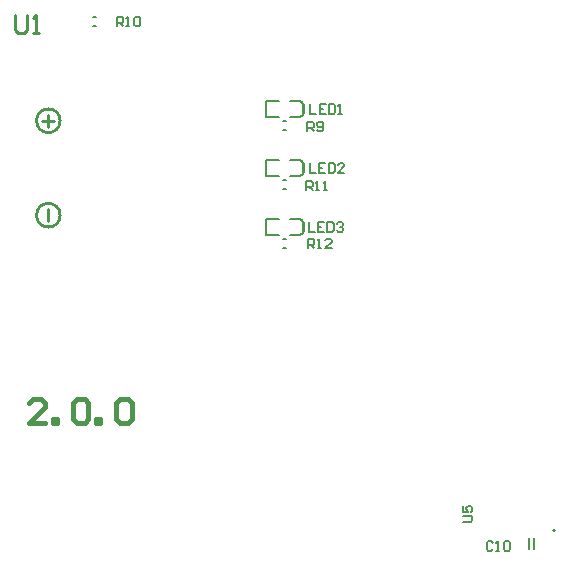
<source format=gbr>
%TF.GenerationSoftware,Altium Limited,Altium Designer,24.10.1 (45)*%
G04 Layer_Color=65535*
%FSLAX45Y45*%
%MOMM*%
%TF.SameCoordinates,5FB93C32-CF51-4A86-A7AC-1E4FFFE00694*%
%TF.FilePolarity,Positive*%
%TF.FileFunction,Legend,Top*%
%TF.Part,Single*%
G01*
G75*
%TA.AperFunction,NonConductor*%
%ADD26C,0.25400*%
%ADD27C,0.20000*%
%ADD28C,0.12700*%
%ADD29C,0.15000*%
%ADD30C,0.40000*%
D26*
X699999Y2900000D02*
G03*
X699999Y2900000I-100000J0D01*
G01*
Y3700000D02*
G03*
X699999Y3700000I-100000J0D01*
G01*
X599999Y2850000D02*
Y2950000D01*
X549999Y3700000D02*
X649999D01*
X599999Y3650000D02*
Y3750000D01*
X318433Y4596175D02*
Y4469217D01*
X343825Y4443825D01*
X394608D01*
X420000Y4469217D01*
Y4596175D01*
X470784Y4443825D02*
X521567D01*
X496176D01*
Y4596175D01*
X470784Y4570784D01*
D27*
X4890000Y229999D02*
G03*
X4890000Y229999I-10000J0D01*
G01*
D28*
X974760Y4580640D02*
X1005240D01*
X974760Y4499360D02*
X1005240D01*
X2584758Y3700639D02*
X2615238D01*
X2584758Y3619359D02*
X2615238D01*
X2734998Y3867499D02*
X2754998Y3847499D01*
Y3752499D02*
Y3847499D01*
X2749998Y3852499D02*
X2767498Y3834999D01*
X2752498Y3749999D02*
X2767498Y3764999D01*
X2734998Y3732499D02*
X2754998Y3752499D01*
X2644998Y3732499D02*
X2734998D01*
X2644998Y3867499D02*
X2734998D01*
X2444998Y3732499D02*
Y3867499D01*
Y3732499D02*
X2554998D01*
X2444998Y3867499D02*
X2554998D01*
X2767498Y3764999D02*
Y3834999D01*
X2584758Y2619361D02*
X2615238D01*
X2584758Y2700641D02*
X2615238D01*
X2584758Y3119362D02*
X2615238D01*
X2584758Y3200642D02*
X2615238D01*
X4707780Y72380D02*
Y167620D01*
X4672220Y72380D02*
Y167620D01*
X2767498Y3265002D02*
Y3335001D01*
X2444998Y3367502D02*
X2554998D01*
X2444998Y3232502D02*
X2554998D01*
X2444998D02*
Y3367502D01*
X2644998D02*
X2734998D01*
X2644998Y3232502D02*
X2734998D01*
X2754998Y3252501D01*
X2752498Y3250002D02*
X2767498Y3265002D01*
X2749998Y3352502D02*
X2767498Y3335001D01*
X2754998Y3252501D02*
Y3347502D01*
X2734998Y3367502D02*
X2754998Y3347502D01*
X2767498Y2765001D02*
Y2835001D01*
X2444998Y2867501D02*
X2554998D01*
X2444998Y2732501D02*
X2554998D01*
X2444998D02*
Y2867501D01*
X2644998D02*
X2734998D01*
X2644998Y2732501D02*
X2734998D01*
X2754998Y2752501D01*
X2752498Y2750001D02*
X2767498Y2765001D01*
X2749998Y2852501D02*
X2767498Y2835001D01*
X2754998Y2752501D02*
Y2847501D01*
X2734998Y2867501D02*
X2754998Y2847501D01*
D29*
X1180032Y4500013D02*
Y4579987D01*
X1220020D01*
X1233349Y4566658D01*
Y4540000D01*
X1220020Y4526671D01*
X1180032D01*
X1206690D02*
X1233349Y4500013D01*
X1260007D02*
X1286665D01*
X1273336D01*
Y4579987D01*
X1260007Y4566658D01*
X1326652D02*
X1339981Y4579987D01*
X1366639D01*
X1379968Y4566658D01*
Y4513342D01*
X1366639Y4500013D01*
X1339981D01*
X1326652Y4513342D01*
Y4566658D01*
X4110013Y303355D02*
X4176658D01*
X4189987Y316684D01*
Y343342D01*
X4176658Y356671D01*
X4110013D01*
Y436645D02*
Y383329D01*
X4150000D01*
X4136671Y409987D01*
Y423316D01*
X4150000Y436645D01*
X4176658D01*
X4189987Y423316D01*
Y396658D01*
X4176658Y383329D01*
X2793353Y3610012D02*
Y3689987D01*
X2833341D01*
X2846669Y3676658D01*
Y3650000D01*
X2833341Y3636670D01*
X2793353D01*
X2820011D02*
X2846669Y3610012D01*
X2873328Y3623341D02*
X2886657Y3610012D01*
X2913315D01*
X2926644Y3623341D01*
Y3676658D01*
X2913315Y3689987D01*
X2886657D01*
X2873328Y3676658D01*
Y3663328D01*
X2886657Y3650000D01*
X2926644D01*
X2816708Y3839986D02*
Y3760012D01*
X2870024D01*
X2949998Y3839986D02*
X2896682D01*
Y3760012D01*
X2949998D01*
X2896682Y3800000D02*
X2923340D01*
X2976656Y3839986D02*
Y3760012D01*
X3016643D01*
X3029972Y3773341D01*
Y3826658D01*
X3016643Y3839986D01*
X2976656D01*
X3056630Y3760012D02*
X3083288D01*
X3069960D01*
Y3839986D01*
X3056630Y3826658D01*
X2800030Y2620014D02*
Y2699988D01*
X2840018D01*
X2853347Y2686659D01*
Y2660001D01*
X2840018Y2646672D01*
X2800030D01*
X2826689D02*
X2853347Y2620014D01*
X2880005D02*
X2906663D01*
X2893334D01*
Y2699988D01*
X2880005Y2686659D01*
X2999966Y2620014D02*
X2946650D01*
X2999966Y2673330D01*
Y2686659D01*
X2986637Y2699988D01*
X2959979D01*
X2946650Y2686659D01*
X2783360Y3110015D02*
Y3189989D01*
X2823347D01*
X2836676Y3176660D01*
Y3150002D01*
X2823347Y3136673D01*
X2783360D01*
X2810018D02*
X2836676Y3110015D01*
X2863334D02*
X2889992D01*
X2876663D01*
Y3189989D01*
X2863334Y3176660D01*
X2929979Y3110015D02*
X2956637D01*
X2943308D01*
Y3189989D01*
X2929979Y3176660D01*
X2803379Y2839988D02*
Y2760014D01*
X2856695D01*
X2936669Y2839988D02*
X2883353D01*
Y2760014D01*
X2936669D01*
X2883353Y2800001D02*
X2910011D01*
X2963327Y2839988D02*
Y2760014D01*
X3003315D01*
X3016643Y2773343D01*
Y2826659D01*
X3003315Y2839988D01*
X2963327D01*
X3043302Y2826659D02*
X3056631Y2839988D01*
X3083289D01*
X3096618Y2826659D01*
Y2813330D01*
X3083289Y2800001D01*
X3069960D01*
X3083289D01*
X3096618Y2786672D01*
Y2773343D01*
X3083289Y2760014D01*
X3056631D01*
X3043302Y2773343D01*
X2813379Y3339989D02*
Y3260015D01*
X2866695D01*
X2946669Y3339989D02*
X2893353D01*
Y3260015D01*
X2946669D01*
X2893353Y3300002D02*
X2920011D01*
X2973327Y3339989D02*
Y3260015D01*
X3013315D01*
X3026643Y3273344D01*
Y3326660D01*
X3013315Y3339989D01*
X2973327D01*
X3106618Y3260015D02*
X3053301D01*
X3106618Y3313331D01*
Y3326660D01*
X3093289Y3339989D01*
X3066631D01*
X3053301Y3326660D01*
X4363348Y126658D02*
X4350019Y139987D01*
X4323361D01*
X4310032Y126658D01*
Y73342D01*
X4323361Y60013D01*
X4350019D01*
X4363348Y73342D01*
X4390006Y60013D02*
X4416665D01*
X4403336D01*
Y139987D01*
X4390006Y126658D01*
X4456652D02*
X4469981Y139987D01*
X4496639D01*
X4509968Y126658D01*
Y73342D01*
X4496639Y60013D01*
X4469981D01*
X4456652Y73342D01*
Y126658D01*
D30*
X573290Y1140000D02*
X440000D01*
X573290Y1273290D01*
Y1306613D01*
X539968Y1339935D01*
X473322D01*
X440000Y1306613D01*
X639935Y1140000D02*
Y1173322D01*
X673258D01*
Y1140000D01*
X639935D01*
X806548Y1306613D02*
X839871Y1339935D01*
X906516D01*
X939839Y1306613D01*
Y1173322D01*
X906516Y1140000D01*
X839871D01*
X806548Y1173322D01*
Y1306613D01*
X1006484Y1140000D02*
Y1173322D01*
X1039806D01*
Y1140000D01*
X1006484D01*
X1173097Y1306613D02*
X1206419Y1339935D01*
X1273065D01*
X1306387Y1306613D01*
Y1173322D01*
X1273065Y1140000D01*
X1206419D01*
X1173097Y1173322D01*
Y1306613D01*
%TF.MD5,69ce240570470e232e5c47f0c9b408a3*%
M02*

</source>
